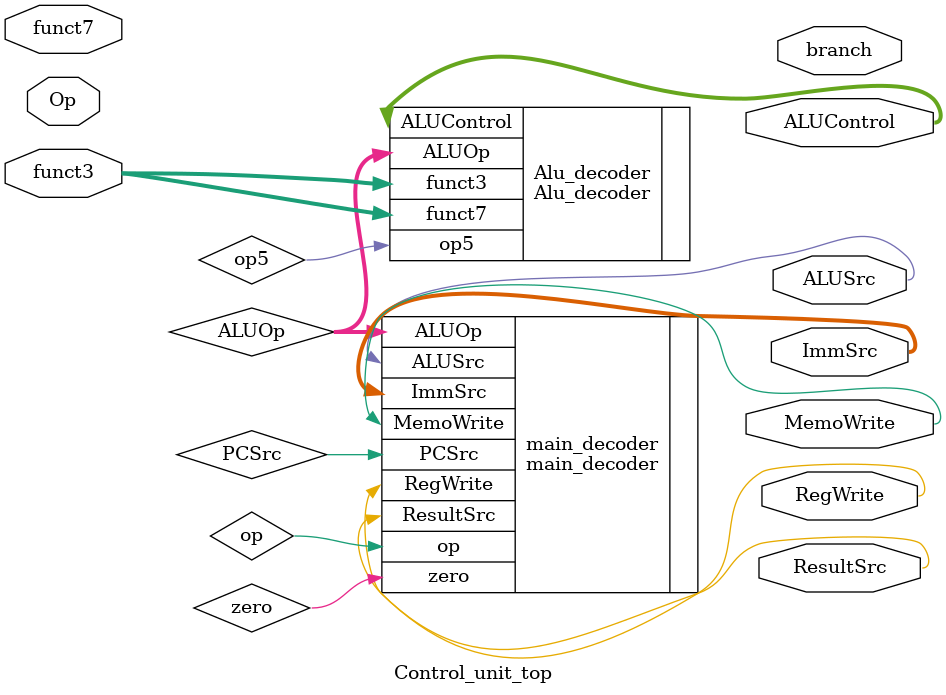
<source format=v>
`include " Alu_decoder.v"
`include "main_decoder.v"

module Control_unit_top(Op , RegWrite ,ImmSrc , ALUSrc , MemoWrite , ResultSrc , branch , funct3 , funct7 , ALUControl);

input [31:0] Op , funct7;
input [2:0] funct3;
output RegWrite, ALUSrc , MemoWrite , ResultSrc , branch ;

output [1:0] ImmSrc;
output [2:0] ALUControl;

wire [1:0] ALUOp ;

main_decoder main_decoder(
    .op(op) ,
    .zero(zero) , 
    .RegWrite(RegWrite), 
    .MemoWrite(MemoWrite) , 
    .ResultSrc(ResultSrc) , 
    .ALUSrc(ALUSrc) , 
    .ImmSrc(ImmSrc),
    .ALUOp(ALUOp) , 
    .PCSrc(PCSrc)
);

Alu_decoder Alu_decoder(
    .ALUOp(ALUOp) , 
    .op5(op5) , 
    .funct3(funct3) , 
    .funct7(funct3) , 
    .ALUControl(ALUControl)
);

endmodule
</source>
